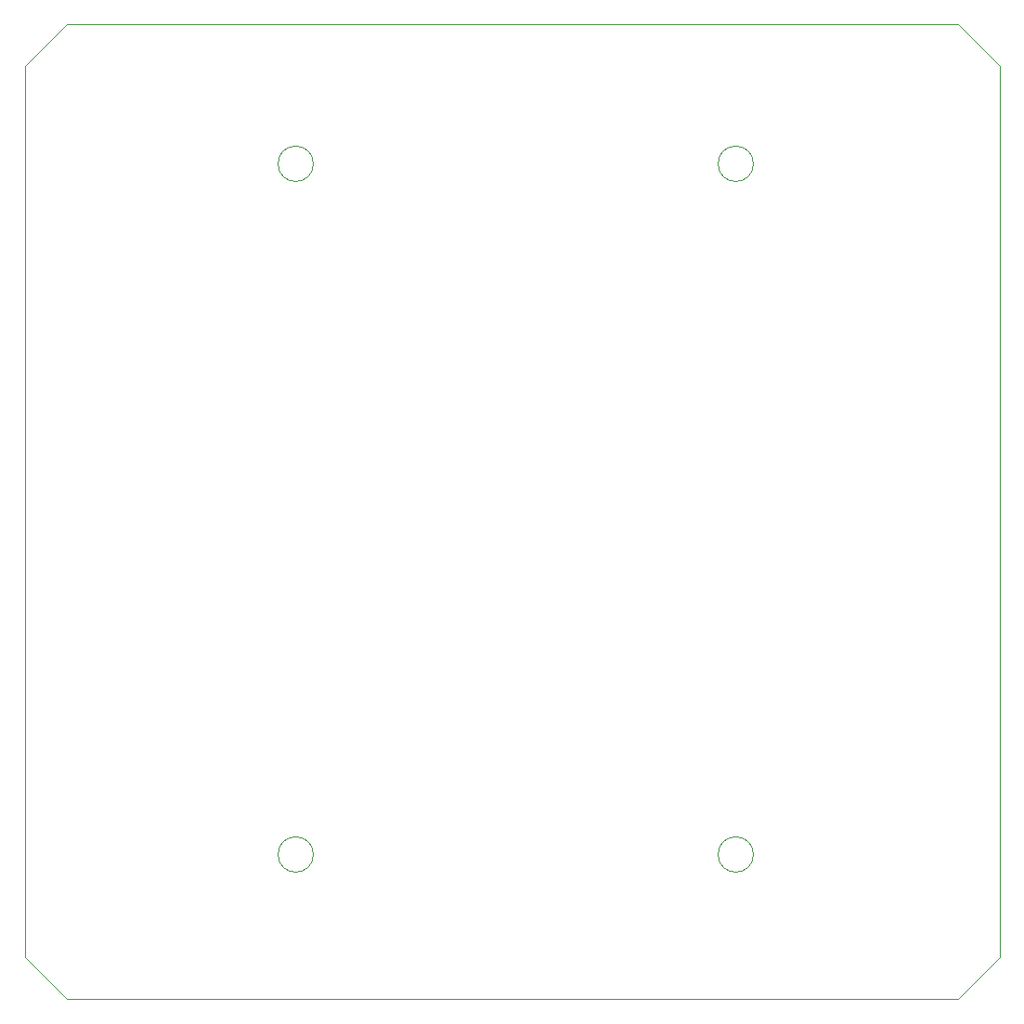
<source format=gbr>
%TF.GenerationSoftware,KiCad,Pcbnew,(5.1.10)-1*%
%TF.CreationDate,2021-12-09T02:28:18+01:00*%
%TF.ProjectId,flight controller,666c6967-6874-4206-936f-6e74726f6c6c,rev?*%
%TF.SameCoordinates,Original*%
%TF.FileFunction,Profile,NP*%
%FSLAX46Y46*%
G04 Gerber Fmt 4.6, Leading zero omitted, Abs format (unit mm)*
G04 Created by KiCad (PCBNEW (5.1.10)-1) date 2021-12-09 02:28:18*
%MOMM*%
%LPD*%
G01*
G04 APERTURE LIST*
%TA.AperFunction,Profile*%
%ADD10C,0.050000*%
%TD*%
G04 APERTURE END LIST*
D10*
X110490000Y-57150000D02*
X106680000Y-60960000D01*
X195580000Y-60960000D02*
X191770000Y-57150000D01*
X195580000Y-142240000D02*
X191770000Y-146050000D01*
X110490000Y-146050000D02*
X106680000Y-142240000D01*
X191770000Y-146050000D02*
X110490000Y-146050000D01*
X191770000Y-57150000D02*
X110490000Y-57150000D01*
X173138874Y-132842000D02*
G75*
G03*
X173138874Y-132842000I-1606437J0D01*
G01*
X173138874Y-69850000D02*
G75*
G03*
X173138874Y-69850000I-1606437J0D01*
G01*
X133006874Y-69850000D02*
G75*
G03*
X133006874Y-69850000I-1606437J0D01*
G01*
X133006874Y-132842000D02*
G75*
G03*
X133006874Y-132842000I-1606437J0D01*
G01*
X195580000Y-60960000D02*
X195580000Y-142240000D01*
X106680000Y-60960000D02*
X106680000Y-142240000D01*
M02*

</source>
